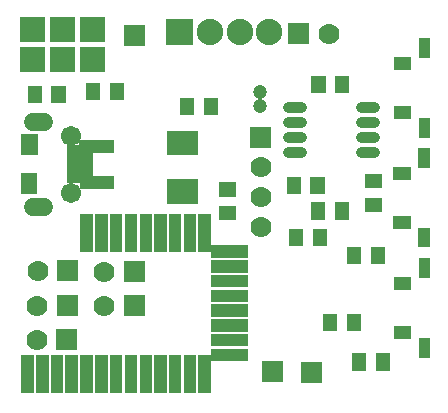
<source format=gts>
G04 Layer: TopSolderMaskLayer*
G04 EasyEDA v6.4.7, 2020-10-05T14:23:05+01:00*
G04 80753c53b72f4884ac218c40b0928968,81cdacc9909441f8a3d49748f20dc12b,10*
G04 Gerber Generator version 0.2*
G04 Scale: 100 percent, Rotated: No, Reflected: No *
G04 Dimensions in millimeters *
G04 leading zeros omitted , absolute positions ,3 integer and 3 decimal *
%FSLAX33Y33*%
%MOMM*%
G90*
D02*

%ADD48C,0.903201*%
%ADD49C,1.503197*%
%ADD54C,2.235200*%
%ADD55C,1.203198*%
%ADD60C,1.703197*%
%ADD63C,1.778000*%

%LPD*%
G54D48*
G01X29297Y20172D02*
G01X30397Y20172D01*
G01X29297Y21442D02*
G01X30397Y21442D01*
G01X29297Y22712D02*
G01X30397Y22712D01*
G01X29297Y23982D02*
G01X30397Y23982D01*
G01X23099Y20172D02*
G01X24199Y20172D01*
G01X23099Y21442D02*
G01X24199Y21442D01*
G01X23099Y22712D02*
G01X24199Y22712D01*
G01X23099Y23982D02*
G01X24199Y23982D01*
G54D49*
G01X2474Y15509D02*
G01X1574Y15509D01*
G01X2474Y22748D02*
G01X1574Y22748D01*
G36*
G01X6169Y20109D02*
G01X6169Y20764D01*
G01X8374Y20764D01*
G01X8374Y20109D01*
G01X6169Y20109D01*
G37*
G36*
G01X6192Y17513D02*
G01X6192Y18168D01*
G01X8397Y18168D01*
G01X8397Y17513D01*
G01X6192Y17513D01*
G37*
G36*
G01X5468Y20502D02*
G01X5468Y21158D01*
G01X7673Y21158D01*
G01X7673Y20502D01*
G01X5468Y20502D01*
G37*
G36*
G01X5483Y17068D02*
G01X5483Y17724D01*
G01X7688Y17724D01*
G01X7688Y17068D01*
G01X5483Y17068D01*
G37*
G36*
G01X6169Y20502D02*
G01X6169Y21158D01*
G01X8374Y21158D01*
G01X8374Y20502D01*
G01X6169Y20502D01*
G37*
G36*
G01X6182Y17073D02*
G01X6182Y17729D01*
G01X8387Y17729D01*
G01X8387Y17073D01*
G01X6182Y17073D01*
G37*
G36*
G01X13977Y23329D02*
G01X13977Y24782D01*
G01X15179Y24782D01*
G01X15179Y23329D01*
G01X13977Y23329D01*
G37*
G36*
G01X15976Y23329D02*
G01X15976Y24782D01*
G01X17180Y24782D01*
G01X17180Y23329D01*
G01X15976Y23329D01*
G37*
G36*
G01X17271Y16398D02*
G01X17271Y17599D01*
G01X18724Y17599D01*
G01X18724Y16398D01*
G01X17271Y16398D01*
G37*
G36*
G01X17271Y14396D02*
G01X17271Y15600D01*
G01X18724Y15600D01*
G01X18724Y14396D01*
G01X17271Y14396D01*
G37*
G36*
G01X12829Y29204D02*
G01X12829Y31440D01*
G01X15064Y31440D01*
G01X15064Y29204D01*
G01X12829Y29204D01*
G37*
G54D54*
G01X16499Y30312D03*
G01X19024Y30322D03*
G01X21521Y30307D03*
G54D55*
G01X20721Y24076D03*
G01X20721Y25275D03*
G36*
G01X34183Y21389D02*
G01X34183Y23040D01*
G01X35184Y23040D01*
G01X35184Y21389D01*
G01X34183Y21389D01*
G37*
G36*
G01X34183Y28135D02*
G01X34183Y29786D01*
G01X35184Y29786D01*
G01X35184Y28135D01*
G01X34183Y28135D01*
G37*
G36*
G01X32067Y22931D02*
G01X32067Y24033D01*
G01X33540Y24033D01*
G01X33540Y22931D01*
G01X32067Y22931D01*
G37*
G36*
G01X32067Y27132D02*
G01X32067Y28234D01*
G01X33540Y28234D01*
G01X33540Y27132D01*
G01X32067Y27132D01*
G37*
G36*
G01X34155Y12098D02*
G01X34155Y13749D01*
G01X35156Y13749D01*
G01X35156Y12098D01*
G01X34155Y12098D01*
G37*
G36*
G01X34155Y18844D02*
G01X34155Y20495D01*
G01X35156Y20495D01*
G01X35156Y18844D01*
G01X34155Y18844D01*
G37*
G36*
G01X32039Y13639D02*
G01X32039Y14742D01*
G01X33512Y14742D01*
G01X33512Y13639D01*
G01X32039Y13639D01*
G37*
G36*
G01X32039Y17840D02*
G01X32039Y18943D01*
G01X33512Y18943D01*
G01X33512Y17840D01*
G01X32039Y17840D01*
G37*
G36*
G01X34185Y2763D02*
G01X34185Y4414D01*
G01X35186Y4414D01*
G01X35186Y2763D01*
G01X34185Y2763D01*
G37*
G36*
G01X34185Y9509D02*
G01X34185Y11160D01*
G01X35186Y11160D01*
G01X35186Y9509D01*
G01X34185Y9509D01*
G37*
G36*
G01X32070Y4305D02*
G01X32070Y5407D01*
G01X33543Y5407D01*
G01X33543Y4305D01*
G01X32070Y4305D01*
G37*
G36*
G01X32070Y8506D02*
G01X32070Y9608D01*
G01X33543Y9608D01*
G01X33543Y8506D01*
G01X32070Y8506D01*
G37*
G36*
G01X464Y26977D02*
G01X464Y29060D01*
G01X2547Y29060D01*
G01X2547Y26977D01*
G01X464Y26977D01*
G37*
G36*
G01X464Y29517D02*
G01X464Y31600D01*
G01X2547Y31600D01*
G01X2547Y29517D01*
G01X464Y29517D01*
G37*
G36*
G01X3004Y26977D02*
G01X3004Y29060D01*
G01X5087Y29060D01*
G01X5087Y26977D01*
G01X3004Y26977D01*
G37*
G36*
G01X3004Y29517D02*
G01X3004Y31600D01*
G01X5087Y31600D01*
G01X5087Y29517D01*
G01X3004Y29517D01*
G37*
G36*
G01X5544Y26977D02*
G01X5544Y29060D01*
G01X7627Y29060D01*
G01X7627Y26977D01*
G01X5544Y26977D01*
G37*
G36*
G01X5544Y29517D02*
G01X5544Y31600D01*
G01X7627Y31600D01*
G01X7627Y29517D01*
G01X5544Y29517D01*
G37*
G36*
G01X12905Y15791D02*
G01X12905Y17894D01*
G01X15506Y17894D01*
G01X15506Y15791D01*
G01X12905Y15791D01*
G37*
G36*
G01X12905Y19890D02*
G01X12905Y21993D01*
G01X15506Y21993D01*
G01X15506Y19890D01*
G01X12905Y19890D01*
G37*
G36*
G01X28117Y10718D02*
G01X28117Y12171D01*
G01X29319Y12171D01*
G01X29319Y10718D01*
G01X28117Y10718D01*
G37*
G36*
G01X30116Y10718D02*
G01X30116Y12171D01*
G01X31320Y12171D01*
G01X31320Y10718D01*
G01X30116Y10718D01*
G37*
G36*
G01X3091Y24328D02*
G01X3091Y25781D01*
G01X4295Y25781D01*
G01X4295Y24328D01*
G01X3091Y24328D01*
G37*
G36*
G01X1089Y24328D02*
G01X1089Y25781D01*
G01X2293Y25781D01*
G01X2293Y24328D01*
G01X1089Y24328D01*
G37*
G36*
G01X25095Y14450D02*
G01X25095Y15902D01*
G01X26296Y15902D01*
G01X26296Y14450D01*
G01X25095Y14450D01*
G37*
G36*
G01X27094Y14450D02*
G01X27094Y15902D01*
G01X28298Y15902D01*
G01X28298Y14450D01*
G01X27094Y14450D01*
G37*
G36*
G01X25011Y16637D02*
G01X25011Y18089D01*
G01X26215Y18089D01*
G01X26215Y16637D01*
G01X25011Y16637D01*
G37*
G36*
G01X23009Y16637D02*
G01X23009Y18089D01*
G01X24213Y18089D01*
G01X24213Y16637D01*
G01X23009Y16637D01*
G37*
G36*
G01X25201Y12192D02*
G01X25201Y13644D01*
G01X26405Y13644D01*
G01X26405Y12192D01*
G01X25201Y12192D01*
G37*
G36*
G01X23200Y12192D02*
G01X23200Y13644D01*
G01X24404Y13644D01*
G01X24404Y12192D01*
G01X23200Y12192D01*
G37*
G36*
G01X4406Y17513D02*
G01X4406Y18166D01*
G01X6611Y18166D01*
G01X6611Y17513D01*
G01X4406Y17513D01*
G37*
G36*
G01X4406Y18163D02*
G01X4406Y18816D01*
G01X6611Y18816D01*
G01X6611Y18163D01*
G01X4406Y18163D01*
G37*
G36*
G01X4406Y18811D02*
G01X4406Y19466D01*
G01X6611Y19466D01*
G01X6611Y18811D01*
G01X4406Y18811D01*
G37*
G36*
G01X4406Y19461D02*
G01X4406Y20116D01*
G01X6611Y20116D01*
G01X6611Y19461D01*
G01X4406Y19461D01*
G37*
G36*
G01X4406Y20111D02*
G01X4406Y20764D01*
G01X6611Y20764D01*
G01X6611Y20111D01*
G01X4406Y20111D01*
G37*
G54D60*
G01X4724Y21539D03*
G01X4724Y16697D03*
G36*
G01X495Y16631D02*
G01X495Y18435D01*
G01X1899Y18435D01*
G01X1899Y16631D01*
G01X495Y16631D01*
G37*
G36*
G01X513Y19911D02*
G01X513Y21714D01*
G01X1915Y21714D01*
G01X1915Y19911D01*
G01X513Y19911D01*
G37*
G36*
G01X26101Y4978D02*
G01X26101Y6431D01*
G01X27304Y6431D01*
G01X27304Y4978D01*
G01X26101Y4978D01*
G37*
G36*
G01X28102Y4978D02*
G01X28102Y6431D01*
G01X29306Y6431D01*
G01X29306Y4978D01*
G01X28102Y4978D01*
G37*
G36*
G01X20937Y662D02*
G01X20937Y2440D01*
G01X22715Y2440D01*
G01X22715Y662D01*
G01X20937Y662D01*
G37*
G36*
G01X24249Y652D02*
G01X24249Y2430D01*
G01X26027Y2430D01*
G01X26027Y652D01*
G01X24249Y652D01*
G37*
G36*
G01X3566Y9232D02*
G01X3566Y11010D01*
G01X5344Y11010D01*
G01X5344Y9232D01*
G01X3566Y9232D01*
G37*
G54D63*
G01X1915Y10121D03*
G36*
G01X27099Y25133D02*
G01X27099Y26586D01*
G01X28303Y26586D01*
G01X28303Y25133D01*
G01X27099Y25133D01*
G37*
G36*
G01X25097Y25133D02*
G01X25097Y26586D01*
G01X26301Y26586D01*
G01X26301Y25133D01*
G01X25097Y25133D01*
G37*
G36*
G01X3522Y3408D02*
G01X3522Y5186D01*
G01X5300Y5186D01*
G01X5300Y3408D01*
G01X3522Y3408D01*
G37*
G01X1871Y4297D03*
G36*
G01X3528Y6250D02*
G01X3528Y8028D01*
G01X5306Y8028D01*
G01X5306Y6250D01*
G01X3528Y6250D01*
G37*
G01X1877Y7139D03*
G36*
G01X23159Y29288D02*
G01X23159Y31066D01*
G01X24937Y31066D01*
G01X24937Y29288D01*
G01X23159Y29288D01*
G37*
G01X26588Y30177D03*
G36*
G01X9253Y29161D02*
G01X9253Y30939D01*
G01X11031Y30939D01*
G01X11031Y29161D01*
G01X9253Y29161D01*
G37*
G36*
G01X8018Y24541D02*
G01X8018Y25994D01*
G01X9222Y25994D01*
G01X9222Y24541D01*
G01X8018Y24541D01*
G37*
G36*
G01X6017Y24541D02*
G01X6017Y25994D01*
G01X7221Y25994D01*
G01X7221Y24541D01*
G01X6017Y24541D01*
G37*
G36*
G01X28557Y1663D02*
G01X28557Y3116D01*
G01X29758Y3116D01*
G01X29758Y1663D01*
G01X28557Y1663D01*
G37*
G36*
G01X30556Y1663D02*
G01X30556Y3116D01*
G01X31760Y3116D01*
G01X31760Y1663D01*
G01X30556Y1663D01*
G37*
G36*
G01X29631Y15110D02*
G01X29631Y16314D01*
G01X31084Y16314D01*
G01X31084Y15110D01*
G01X29631Y15110D01*
G37*
G36*
G01X29631Y17111D02*
G01X29631Y18315D01*
G01X31084Y18315D01*
G01X31084Y17111D01*
G01X29631Y17111D01*
G37*
G36*
G01X19921Y20525D02*
G01X19921Y22303D01*
G01X21699Y22303D01*
G01X21699Y20525D01*
G01X19921Y20525D01*
G37*
G01X20810Y18874D03*
G01X20810Y16334D03*
G01X20810Y13794D03*
G36*
G01X15534Y-203D02*
G01X15534Y2999D01*
G01X16588Y2999D01*
G01X16588Y-203D01*
G01X15534Y-203D01*
G37*
G36*
G01X14290Y-203D02*
G01X14290Y2999D01*
G01X15344Y2999D01*
G01X15344Y-203D01*
G01X14290Y-203D01*
G37*
G36*
G01X13045Y-203D02*
G01X13045Y2999D01*
G01X14099Y2999D01*
G01X14099Y-203D01*
G01X13045Y-203D01*
G37*
G36*
G01X11800Y-203D02*
G01X11800Y2999D01*
G01X12852Y2999D01*
G01X12852Y-203D01*
G01X11800Y-203D01*
G37*
G36*
G01X10556Y-203D02*
G01X10556Y2999D01*
G01X11610Y2999D01*
G01X11610Y-203D01*
G01X10556Y-203D01*
G37*
G36*
G01X9286Y-203D02*
G01X9286Y2999D01*
G01X10340Y2999D01*
G01X10340Y-203D01*
G01X9286Y-203D01*
G37*
G36*
G01X8041Y-203D02*
G01X8041Y2999D01*
G01X9095Y2999D01*
G01X9095Y-203D01*
G01X8041Y-203D01*
G37*
G36*
G01X6797Y-203D02*
G01X6797Y2999D01*
G01X7851Y2999D01*
G01X7851Y-203D01*
G01X6797Y-203D01*
G37*
G36*
G01X5552Y-203D02*
G01X5552Y2999D01*
G01X6606Y2999D01*
G01X6606Y-203D01*
G01X5552Y-203D01*
G37*
G36*
G01X4282Y-203D02*
G01X4282Y2999D01*
G01X5336Y2999D01*
G01X5336Y-203D01*
G01X4282Y-203D01*
G37*
G36*
G01X3037Y-203D02*
G01X3037Y2999D01*
G01X4091Y2999D01*
G01X4091Y-203D01*
G01X3037Y-203D01*
G37*
G36*
G01X1793Y-203D02*
G01X1793Y2999D01*
G01X2847Y2999D01*
G01X2847Y-203D01*
G01X1793Y-203D01*
G37*
G36*
G01X548Y-203D02*
G01X548Y2999D01*
G01X1602Y2999D01*
G01X1602Y-203D01*
G01X548Y-203D01*
G37*
G36*
G01X15534Y11734D02*
G01X15534Y14937D01*
G01X16588Y14937D01*
G01X16588Y11734D01*
G01X15534Y11734D01*
G37*
G36*
G01X14290Y11734D02*
G01X14290Y14937D01*
G01X15344Y14937D01*
G01X15344Y11734D01*
G01X14290Y11734D01*
G37*
G36*
G01X13045Y11734D02*
G01X13045Y14937D01*
G01X14099Y14937D01*
G01X14099Y11734D01*
G01X13045Y11734D01*
G37*
G36*
G01X11800Y11734D02*
G01X11800Y14937D01*
G01X12852Y14937D01*
G01X12852Y11734D01*
G01X11800Y11734D01*
G37*
G36*
G01X10556Y11734D02*
G01X10556Y14937D01*
G01X11610Y14937D01*
G01X11610Y11734D01*
G01X10556Y11734D01*
G37*
G36*
G01X9286Y11734D02*
G01X9286Y14937D01*
G01X10340Y14937D01*
G01X10340Y11734D01*
G01X9286Y11734D01*
G37*
G36*
G01X8041Y11734D02*
G01X8041Y14937D01*
G01X9095Y14937D01*
G01X9095Y11734D01*
G01X8041Y11734D01*
G37*
G36*
G01X6797Y11734D02*
G01X6797Y14937D01*
G01X7851Y14937D01*
G01X7851Y11734D01*
G01X6797Y11734D01*
G37*
G36*
G01X5552Y11734D02*
G01X5552Y14937D01*
G01X6606Y14937D01*
G01X6606Y11734D01*
G01X5552Y11734D01*
G37*
G36*
G01X16568Y2471D02*
G01X16568Y3525D01*
G01X19771Y3525D01*
G01X19771Y2471D01*
G01X16568Y2471D01*
G37*
G36*
G01X16568Y3716D02*
G01X16568Y4770D01*
G01X19771Y4770D01*
G01X19771Y3716D01*
G01X16568Y3716D01*
G37*
G36*
G01X16568Y4960D02*
G01X16568Y6014D01*
G01X19771Y6014D01*
G01X19771Y4960D01*
G01X16568Y4960D01*
G37*
G36*
G01X16568Y6230D02*
G01X16568Y7284D01*
G01X19771Y7284D01*
G01X19771Y6230D01*
G01X16568Y6230D01*
G37*
G36*
G01X16568Y7475D02*
G01X16568Y8529D01*
G01X19771Y8529D01*
G01X19771Y7475D01*
G01X16568Y7475D01*
G37*
G36*
G01X16568Y8719D02*
G01X16568Y9773D01*
G01X19771Y9773D01*
G01X19771Y8719D01*
G01X16568Y8719D01*
G37*
G36*
G01X16568Y9964D02*
G01X16568Y11018D01*
G01X19771Y11018D01*
G01X19771Y9964D01*
G01X16568Y9964D01*
G37*
G36*
G01X16568Y11209D02*
G01X16568Y12263D01*
G01X19771Y12263D01*
G01X19771Y11209D01*
G01X16568Y11209D01*
G37*
G36*
G01X9207Y9141D02*
G01X9207Y10919D01*
G01X10985Y10919D01*
G01X10985Y9141D01*
G01X9207Y9141D01*
G37*
G01X7556Y10030D03*
G36*
G01X9215Y6268D02*
G01X9215Y8046D01*
G01X10993Y8046D01*
G01X10993Y6268D01*
G01X9215Y6268D01*
G37*
G01X7564Y7157D03*
M00*
M02*

</source>
